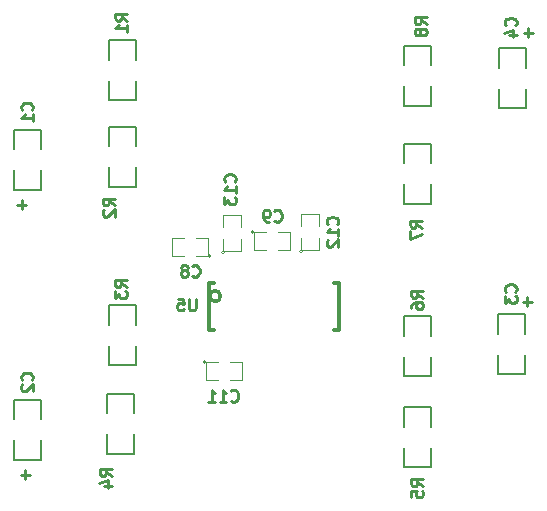
<source format=gbo>
G04 (created by PCBNEW (2013-07-07 BZR 4022)-stable) date 01/03/2015 13:42:32*
%MOIN*%
G04 Gerber Fmt 3.4, Leading zero omitted, Abs format*
%FSLAX34Y34*%
G01*
G70*
G90*
G04 APERTURE LIST*
%ADD10C,0.00590551*%
%ADD11C,0.00984252*%
%ADD12C,0.005*%
%ADD13C,0.0039*%
%ADD14C,0.011811*%
G04 APERTURE END LIST*
G54D10*
G54D11*
X73169Y-49729D02*
X72870Y-49729D01*
X73019Y-49879D02*
X73019Y-49579D01*
X73289Y-58729D02*
X72990Y-58729D01*
X73139Y-58879D02*
X73139Y-58579D01*
X90029Y-52969D02*
X89730Y-52969D01*
X89879Y-53119D02*
X89879Y-52819D01*
X90049Y-44009D02*
X89750Y-44009D01*
X89899Y-44159D02*
X89899Y-43859D01*
G54D12*
X88930Y-44520D02*
X89830Y-44520D01*
X89830Y-44520D02*
X89830Y-45170D01*
X88930Y-45870D02*
X88930Y-46520D01*
X88930Y-46520D02*
X89830Y-46520D01*
X89830Y-46520D02*
X89830Y-45870D01*
X88930Y-45170D02*
X88930Y-44520D01*
X88890Y-53380D02*
X89790Y-53380D01*
X89790Y-53380D02*
X89790Y-54030D01*
X88890Y-54730D02*
X88890Y-55380D01*
X88890Y-55380D02*
X89790Y-55380D01*
X89790Y-55380D02*
X89790Y-54730D01*
X88890Y-54030D02*
X88890Y-53380D01*
X73658Y-58228D02*
X72758Y-58228D01*
X72758Y-58228D02*
X72758Y-57578D01*
X73658Y-56878D02*
X73658Y-56228D01*
X73658Y-56228D02*
X72758Y-56228D01*
X72758Y-56228D02*
X72758Y-56878D01*
X73658Y-57578D02*
X73658Y-58228D01*
X73678Y-49228D02*
X72778Y-49228D01*
X72778Y-49228D02*
X72778Y-48578D01*
X73678Y-47878D02*
X73678Y-47228D01*
X73678Y-47228D02*
X72778Y-47228D01*
X72778Y-47228D02*
X72778Y-47878D01*
X73678Y-48578D02*
X73678Y-49228D01*
G54D13*
X82370Y-51290D02*
G75*
G03X82370Y-51290I-50J0D01*
G74*
G01*
X82320Y-50840D02*
X82320Y-51240D01*
X82320Y-51240D02*
X82920Y-51240D01*
X82920Y-51240D02*
X82920Y-50840D01*
X82920Y-50440D02*
X82920Y-50040D01*
X82920Y-50040D02*
X82320Y-50040D01*
X82320Y-50040D02*
X82320Y-50440D01*
X79790Y-51330D02*
G75*
G03X79790Y-51330I-50J0D01*
G74*
G01*
X79740Y-50880D02*
X79740Y-51280D01*
X79740Y-51280D02*
X80340Y-51280D01*
X80340Y-51280D02*
X80340Y-50880D01*
X80340Y-50480D02*
X80340Y-50080D01*
X80340Y-50080D02*
X79740Y-50080D01*
X79740Y-50080D02*
X79740Y-50480D01*
X79160Y-54980D02*
G75*
G03X79160Y-54980I-50J0D01*
G74*
G01*
X79560Y-54980D02*
X79160Y-54980D01*
X79160Y-54980D02*
X79160Y-55580D01*
X79160Y-55580D02*
X79560Y-55580D01*
X79960Y-55580D02*
X80360Y-55580D01*
X80360Y-55580D02*
X80360Y-54980D01*
X80360Y-54980D02*
X79960Y-54980D01*
X80760Y-50640D02*
G75*
G03X80760Y-50640I-50J0D01*
G74*
G01*
X81160Y-50640D02*
X80760Y-50640D01*
X80760Y-50640D02*
X80760Y-51240D01*
X80760Y-51240D02*
X81160Y-51240D01*
X81560Y-51240D02*
X81960Y-51240D01*
X81960Y-51240D02*
X81960Y-50640D01*
X81960Y-50640D02*
X81560Y-50640D01*
X79340Y-51440D02*
G75*
G03X79340Y-51440I-50J0D01*
G74*
G01*
X78840Y-51440D02*
X79240Y-51440D01*
X79240Y-51440D02*
X79240Y-50840D01*
X79240Y-50840D02*
X78840Y-50840D01*
X78440Y-50840D02*
X78040Y-50840D01*
X78040Y-50840D02*
X78040Y-51440D01*
X78040Y-51440D02*
X78440Y-51440D01*
G54D14*
X79648Y-52780D02*
G75*
G03X79648Y-52780I-178J0D01*
G74*
G01*
X83605Y-52332D02*
X83447Y-52332D01*
X83605Y-53907D02*
X83447Y-53907D01*
X79274Y-52332D02*
X79432Y-52332D01*
X79274Y-53907D02*
X79432Y-53907D01*
X79274Y-53907D02*
X79274Y-52332D01*
X83605Y-53907D02*
X83605Y-52332D01*
G54D12*
X86670Y-58480D02*
X85770Y-58480D01*
X85770Y-58480D02*
X85770Y-57830D01*
X86670Y-57130D02*
X86670Y-56480D01*
X86670Y-56480D02*
X85770Y-56480D01*
X85770Y-56480D02*
X85770Y-57130D01*
X86670Y-57830D02*
X86670Y-58480D01*
X85770Y-44440D02*
X86670Y-44440D01*
X86670Y-44440D02*
X86670Y-45090D01*
X85770Y-45790D02*
X85770Y-46440D01*
X85770Y-46440D02*
X86670Y-46440D01*
X86670Y-46440D02*
X86670Y-45790D01*
X85770Y-45090D02*
X85770Y-44440D01*
X75927Y-53080D02*
X76827Y-53080D01*
X76827Y-53080D02*
X76827Y-53730D01*
X75927Y-54430D02*
X75927Y-55080D01*
X75927Y-55080D02*
X76827Y-55080D01*
X76827Y-55080D02*
X76827Y-54430D01*
X75927Y-53730D02*
X75927Y-53080D01*
X76770Y-58040D02*
X75870Y-58040D01*
X75870Y-58040D02*
X75870Y-57390D01*
X76770Y-56690D02*
X76770Y-56040D01*
X76770Y-56040D02*
X75870Y-56040D01*
X75870Y-56040D02*
X75870Y-56690D01*
X76770Y-57390D02*
X76770Y-58040D01*
X86670Y-49700D02*
X85770Y-49700D01*
X85770Y-49700D02*
X85770Y-49050D01*
X86670Y-48350D02*
X86670Y-47700D01*
X86670Y-47700D02*
X85770Y-47700D01*
X85770Y-47700D02*
X85770Y-48350D01*
X86670Y-49050D02*
X86670Y-49700D01*
X75927Y-44260D02*
X76827Y-44260D01*
X76827Y-44260D02*
X76827Y-44910D01*
X75927Y-45610D02*
X75927Y-46260D01*
X75927Y-46260D02*
X76827Y-46260D01*
X76827Y-46260D02*
X76827Y-45610D01*
X75927Y-44910D02*
X75927Y-44260D01*
X76827Y-49140D02*
X75927Y-49140D01*
X75927Y-49140D02*
X75927Y-48490D01*
X76827Y-47790D02*
X76827Y-47140D01*
X76827Y-47140D02*
X75927Y-47140D01*
X75927Y-47140D02*
X75927Y-47790D01*
X76827Y-48490D02*
X76827Y-49140D01*
X85770Y-53460D02*
X86670Y-53460D01*
X86670Y-53460D02*
X86670Y-54110D01*
X85770Y-54810D02*
X85770Y-55460D01*
X85770Y-55460D02*
X86670Y-55460D01*
X86670Y-55460D02*
X86670Y-54810D01*
X85770Y-54110D02*
X85770Y-53460D01*
G54D11*
X89481Y-43754D02*
X89500Y-43735D01*
X89519Y-43679D01*
X89519Y-43641D01*
X89500Y-43585D01*
X89463Y-43548D01*
X89425Y-43529D01*
X89350Y-43510D01*
X89294Y-43510D01*
X89219Y-43529D01*
X89181Y-43548D01*
X89144Y-43585D01*
X89125Y-43641D01*
X89125Y-43679D01*
X89144Y-43735D01*
X89163Y-43754D01*
X89256Y-44091D02*
X89519Y-44091D01*
X89106Y-43998D02*
X89388Y-43904D01*
X89388Y-44148D01*
X89481Y-52634D02*
X89500Y-52615D01*
X89519Y-52559D01*
X89519Y-52521D01*
X89500Y-52465D01*
X89463Y-52428D01*
X89425Y-52409D01*
X89350Y-52390D01*
X89294Y-52390D01*
X89219Y-52409D01*
X89181Y-52428D01*
X89144Y-52465D01*
X89125Y-52521D01*
X89125Y-52559D01*
X89144Y-52615D01*
X89163Y-52634D01*
X89125Y-52765D02*
X89125Y-53009D01*
X89275Y-52878D01*
X89275Y-52934D01*
X89294Y-52971D01*
X89313Y-52990D01*
X89350Y-53009D01*
X89444Y-53009D01*
X89481Y-52990D01*
X89500Y-52971D01*
X89519Y-52934D01*
X89519Y-52821D01*
X89500Y-52784D01*
X89481Y-52765D01*
X73361Y-55574D02*
X73380Y-55555D01*
X73399Y-55499D01*
X73399Y-55461D01*
X73380Y-55405D01*
X73343Y-55368D01*
X73305Y-55349D01*
X73230Y-55330D01*
X73174Y-55330D01*
X73099Y-55349D01*
X73061Y-55368D01*
X73024Y-55405D01*
X73005Y-55461D01*
X73005Y-55499D01*
X73024Y-55555D01*
X73043Y-55574D01*
X73043Y-55724D02*
X73024Y-55743D01*
X73005Y-55780D01*
X73005Y-55874D01*
X73024Y-55911D01*
X73043Y-55930D01*
X73080Y-55949D01*
X73118Y-55949D01*
X73174Y-55930D01*
X73399Y-55705D01*
X73399Y-55949D01*
X73361Y-46574D02*
X73380Y-46555D01*
X73399Y-46499D01*
X73399Y-46461D01*
X73380Y-46405D01*
X73343Y-46368D01*
X73305Y-46349D01*
X73230Y-46330D01*
X73174Y-46330D01*
X73099Y-46349D01*
X73061Y-46368D01*
X73024Y-46405D01*
X73005Y-46461D01*
X73005Y-46499D01*
X73024Y-46555D01*
X73043Y-46574D01*
X73399Y-46949D02*
X73399Y-46724D01*
X73399Y-46836D02*
X73005Y-46836D01*
X73061Y-46799D01*
X73099Y-46761D01*
X73118Y-46724D01*
X83541Y-50386D02*
X83560Y-50368D01*
X83579Y-50311D01*
X83579Y-50274D01*
X83560Y-50218D01*
X83523Y-50180D01*
X83485Y-50161D01*
X83410Y-50143D01*
X83354Y-50143D01*
X83279Y-50161D01*
X83241Y-50180D01*
X83204Y-50218D01*
X83185Y-50274D01*
X83185Y-50311D01*
X83204Y-50368D01*
X83223Y-50386D01*
X83579Y-50761D02*
X83579Y-50536D01*
X83579Y-50649D02*
X83185Y-50649D01*
X83241Y-50611D01*
X83279Y-50574D01*
X83298Y-50536D01*
X83223Y-50911D02*
X83204Y-50930D01*
X83185Y-50968D01*
X83185Y-51061D01*
X83204Y-51099D01*
X83223Y-51118D01*
X83260Y-51136D01*
X83298Y-51136D01*
X83354Y-51118D01*
X83579Y-50893D01*
X83579Y-51136D01*
X80121Y-48966D02*
X80140Y-48948D01*
X80159Y-48891D01*
X80159Y-48854D01*
X80140Y-48798D01*
X80103Y-48760D01*
X80065Y-48741D01*
X79990Y-48723D01*
X79934Y-48723D01*
X79859Y-48741D01*
X79821Y-48760D01*
X79784Y-48798D01*
X79765Y-48854D01*
X79765Y-48891D01*
X79784Y-48948D01*
X79803Y-48966D01*
X80159Y-49341D02*
X80159Y-49116D01*
X80159Y-49229D02*
X79765Y-49229D01*
X79821Y-49191D01*
X79859Y-49154D01*
X79878Y-49116D01*
X79765Y-49473D02*
X79765Y-49716D01*
X79915Y-49585D01*
X79915Y-49641D01*
X79934Y-49679D01*
X79953Y-49698D01*
X79990Y-49716D01*
X80084Y-49716D01*
X80121Y-49698D01*
X80140Y-49679D01*
X80159Y-49641D01*
X80159Y-49529D01*
X80140Y-49491D01*
X80121Y-49473D01*
X79993Y-56261D02*
X80011Y-56280D01*
X80068Y-56299D01*
X80105Y-56299D01*
X80161Y-56280D01*
X80199Y-56243D01*
X80218Y-56205D01*
X80236Y-56130D01*
X80236Y-56074D01*
X80218Y-55999D01*
X80199Y-55961D01*
X80161Y-55924D01*
X80105Y-55905D01*
X80068Y-55905D01*
X80011Y-55924D01*
X79993Y-55943D01*
X79618Y-56299D02*
X79843Y-56299D01*
X79730Y-56299D02*
X79730Y-55905D01*
X79768Y-55961D01*
X79805Y-55999D01*
X79843Y-56018D01*
X79243Y-56299D02*
X79468Y-56299D01*
X79355Y-56299D02*
X79355Y-55905D01*
X79393Y-55961D01*
X79430Y-55999D01*
X79468Y-56018D01*
X81445Y-50261D02*
X81464Y-50280D01*
X81520Y-50299D01*
X81558Y-50299D01*
X81614Y-50280D01*
X81651Y-50243D01*
X81670Y-50205D01*
X81689Y-50130D01*
X81689Y-50074D01*
X81670Y-49999D01*
X81651Y-49961D01*
X81614Y-49924D01*
X81558Y-49905D01*
X81520Y-49905D01*
X81464Y-49924D01*
X81445Y-49943D01*
X81258Y-50299D02*
X81183Y-50299D01*
X81145Y-50280D01*
X81126Y-50261D01*
X81089Y-50205D01*
X81070Y-50130D01*
X81070Y-49980D01*
X81089Y-49943D01*
X81108Y-49924D01*
X81145Y-49905D01*
X81220Y-49905D01*
X81258Y-49924D01*
X81276Y-49943D01*
X81295Y-49980D01*
X81295Y-50074D01*
X81276Y-50111D01*
X81258Y-50130D01*
X81220Y-50149D01*
X81145Y-50149D01*
X81108Y-50130D01*
X81089Y-50111D01*
X81070Y-50074D01*
X78705Y-52101D02*
X78724Y-52120D01*
X78780Y-52139D01*
X78818Y-52139D01*
X78874Y-52120D01*
X78911Y-52083D01*
X78930Y-52045D01*
X78949Y-51970D01*
X78949Y-51914D01*
X78930Y-51839D01*
X78911Y-51801D01*
X78874Y-51764D01*
X78818Y-51745D01*
X78780Y-51745D01*
X78724Y-51764D01*
X78705Y-51783D01*
X78480Y-51914D02*
X78518Y-51895D01*
X78536Y-51876D01*
X78555Y-51839D01*
X78555Y-51820D01*
X78536Y-51783D01*
X78518Y-51764D01*
X78480Y-51745D01*
X78405Y-51745D01*
X78368Y-51764D01*
X78349Y-51783D01*
X78330Y-51820D01*
X78330Y-51839D01*
X78349Y-51876D01*
X78368Y-51895D01*
X78405Y-51914D01*
X78480Y-51914D01*
X78518Y-51933D01*
X78536Y-51951D01*
X78555Y-51989D01*
X78555Y-52064D01*
X78536Y-52101D01*
X78518Y-52120D01*
X78480Y-52139D01*
X78405Y-52139D01*
X78368Y-52120D01*
X78349Y-52101D01*
X78330Y-52064D01*
X78330Y-51989D01*
X78349Y-51951D01*
X78368Y-51933D01*
X78405Y-51914D01*
X78819Y-52865D02*
X78819Y-53184D01*
X78801Y-53221D01*
X78782Y-53240D01*
X78744Y-53259D01*
X78669Y-53259D01*
X78632Y-53240D01*
X78613Y-53221D01*
X78594Y-53184D01*
X78594Y-52865D01*
X78220Y-52865D02*
X78407Y-52865D01*
X78426Y-53053D01*
X78407Y-53034D01*
X78370Y-53015D01*
X78276Y-53015D01*
X78238Y-53034D01*
X78220Y-53053D01*
X78201Y-53090D01*
X78201Y-53184D01*
X78220Y-53221D01*
X78238Y-53240D01*
X78276Y-53259D01*
X78370Y-53259D01*
X78407Y-53240D01*
X78426Y-53221D01*
X86399Y-59114D02*
X86211Y-58983D01*
X86399Y-58889D02*
X86005Y-58889D01*
X86005Y-59039D01*
X86024Y-59076D01*
X86043Y-59095D01*
X86080Y-59114D01*
X86136Y-59114D01*
X86174Y-59095D01*
X86193Y-59076D01*
X86211Y-59039D01*
X86211Y-58889D01*
X86005Y-59470D02*
X86005Y-59283D01*
X86193Y-59264D01*
X86174Y-59283D01*
X86155Y-59320D01*
X86155Y-59414D01*
X86174Y-59451D01*
X86193Y-59470D01*
X86230Y-59489D01*
X86324Y-59489D01*
X86361Y-59470D01*
X86380Y-59451D01*
X86399Y-59414D01*
X86399Y-59320D01*
X86380Y-59283D01*
X86361Y-59264D01*
X86519Y-43714D02*
X86331Y-43583D01*
X86519Y-43489D02*
X86125Y-43489D01*
X86125Y-43639D01*
X86144Y-43676D01*
X86163Y-43695D01*
X86200Y-43714D01*
X86256Y-43714D01*
X86294Y-43695D01*
X86313Y-43676D01*
X86331Y-43639D01*
X86331Y-43489D01*
X86294Y-43939D02*
X86275Y-43901D01*
X86256Y-43883D01*
X86219Y-43864D01*
X86200Y-43864D01*
X86163Y-43883D01*
X86144Y-43901D01*
X86125Y-43939D01*
X86125Y-44014D01*
X86144Y-44051D01*
X86163Y-44070D01*
X86200Y-44089D01*
X86219Y-44089D01*
X86256Y-44070D01*
X86275Y-44051D01*
X86294Y-44014D01*
X86294Y-43939D01*
X86313Y-43901D01*
X86331Y-43883D01*
X86369Y-43864D01*
X86444Y-43864D01*
X86481Y-43883D01*
X86500Y-43901D01*
X86519Y-43939D01*
X86519Y-44014D01*
X86500Y-44051D01*
X86481Y-44070D01*
X86444Y-44089D01*
X86369Y-44089D01*
X86331Y-44070D01*
X86313Y-44051D01*
X86294Y-44014D01*
X76519Y-52474D02*
X76331Y-52343D01*
X76519Y-52249D02*
X76125Y-52249D01*
X76125Y-52399D01*
X76144Y-52436D01*
X76163Y-52455D01*
X76200Y-52474D01*
X76256Y-52474D01*
X76294Y-52455D01*
X76313Y-52436D01*
X76331Y-52399D01*
X76331Y-52249D01*
X76125Y-52605D02*
X76125Y-52849D01*
X76275Y-52718D01*
X76275Y-52774D01*
X76294Y-52811D01*
X76313Y-52830D01*
X76350Y-52849D01*
X76444Y-52849D01*
X76481Y-52830D01*
X76500Y-52811D01*
X76519Y-52774D01*
X76519Y-52661D01*
X76500Y-52624D01*
X76481Y-52605D01*
X76019Y-58774D02*
X75831Y-58643D01*
X76019Y-58549D02*
X75625Y-58549D01*
X75625Y-58699D01*
X75644Y-58736D01*
X75663Y-58755D01*
X75700Y-58774D01*
X75756Y-58774D01*
X75794Y-58755D01*
X75813Y-58736D01*
X75831Y-58699D01*
X75831Y-58549D01*
X75756Y-59111D02*
X76019Y-59111D01*
X75606Y-59018D02*
X75888Y-58924D01*
X75888Y-59168D01*
X86359Y-50494D02*
X86171Y-50363D01*
X86359Y-50269D02*
X85965Y-50269D01*
X85965Y-50419D01*
X85984Y-50456D01*
X86003Y-50475D01*
X86040Y-50494D01*
X86096Y-50494D01*
X86134Y-50475D01*
X86153Y-50456D01*
X86171Y-50419D01*
X86171Y-50269D01*
X85965Y-50625D02*
X85965Y-50888D01*
X86359Y-50719D01*
X76537Y-43594D02*
X76349Y-43463D01*
X76537Y-43369D02*
X76143Y-43369D01*
X76143Y-43519D01*
X76162Y-43556D01*
X76181Y-43575D01*
X76218Y-43594D01*
X76274Y-43594D01*
X76312Y-43575D01*
X76331Y-43556D01*
X76349Y-43519D01*
X76349Y-43369D01*
X76537Y-43969D02*
X76537Y-43744D01*
X76537Y-43856D02*
X76143Y-43856D01*
X76199Y-43819D01*
X76237Y-43781D01*
X76256Y-43744D01*
X76117Y-49754D02*
X75929Y-49623D01*
X76117Y-49529D02*
X75723Y-49529D01*
X75723Y-49679D01*
X75742Y-49716D01*
X75761Y-49735D01*
X75798Y-49754D01*
X75854Y-49754D01*
X75892Y-49735D01*
X75911Y-49716D01*
X75929Y-49679D01*
X75929Y-49529D01*
X75761Y-49904D02*
X75742Y-49923D01*
X75723Y-49960D01*
X75723Y-50054D01*
X75742Y-50091D01*
X75761Y-50110D01*
X75798Y-50129D01*
X75836Y-50129D01*
X75892Y-50110D01*
X76117Y-49885D01*
X76117Y-50129D01*
X86399Y-52834D02*
X86211Y-52703D01*
X86399Y-52609D02*
X86005Y-52609D01*
X86005Y-52759D01*
X86024Y-52796D01*
X86043Y-52815D01*
X86080Y-52834D01*
X86136Y-52834D01*
X86174Y-52815D01*
X86193Y-52796D01*
X86211Y-52759D01*
X86211Y-52609D01*
X86005Y-53171D02*
X86005Y-53096D01*
X86024Y-53059D01*
X86043Y-53040D01*
X86099Y-53003D01*
X86174Y-52984D01*
X86324Y-52984D01*
X86361Y-53003D01*
X86380Y-53021D01*
X86399Y-53059D01*
X86399Y-53134D01*
X86380Y-53171D01*
X86361Y-53190D01*
X86324Y-53209D01*
X86230Y-53209D01*
X86193Y-53190D01*
X86174Y-53171D01*
X86155Y-53134D01*
X86155Y-53059D01*
X86174Y-53021D01*
X86193Y-53003D01*
X86230Y-52984D01*
M02*

</source>
